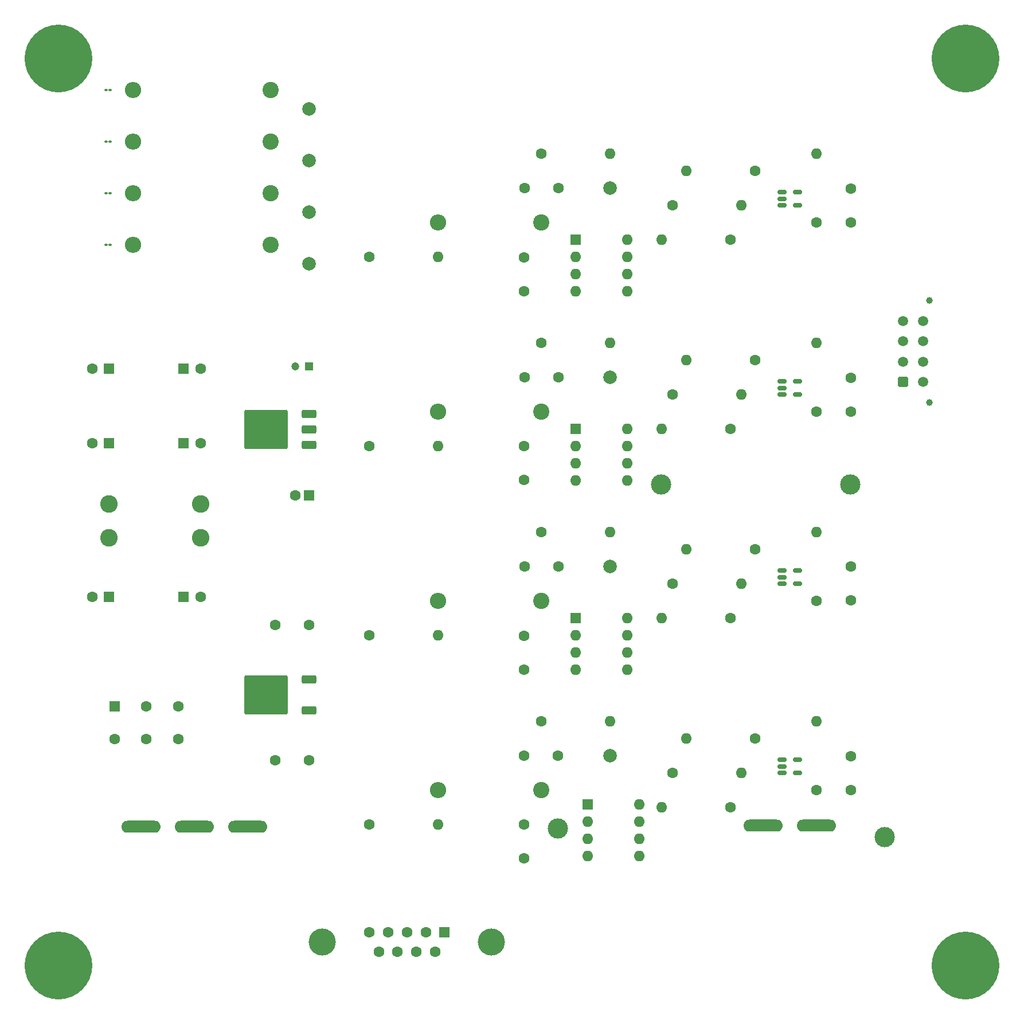
<source format=gbr>
%TF.GenerationSoftware,KiCad,Pcbnew,(7.0.0-0)*%
%TF.CreationDate,2024-05-06T17:20:27-04:00*%
%TF.ProjectId,BFieldArduino,42466965-6c64-4417-9264-75696e6f2e6b,rev?*%
%TF.SameCoordinates,Original*%
%TF.FileFunction,Soldermask,Top*%
%TF.FilePolarity,Negative*%
%FSLAX46Y46*%
G04 Gerber Fmt 4.6, Leading zero omitted, Abs format (unit mm)*
G04 Created by KiCad (PCBNEW (7.0.0-0)) date 2024-05-06 17:20:27*
%MOMM*%
%LPD*%
G01*
G04 APERTURE LIST*
G04 Aperture macros list*
%AMRoundRect*
0 Rectangle with rounded corners*
0 $1 Rounding radius*
0 $2 $3 $4 $5 $6 $7 $8 $9 X,Y pos of 4 corners*
0 Add a 4 corners polygon primitive as box body*
4,1,4,$2,$3,$4,$5,$6,$7,$8,$9,$2,$3,0*
0 Add four circle primitives for the rounded corners*
1,1,$1+$1,$2,$3*
1,1,$1+$1,$4,$5*
1,1,$1+$1,$6,$7*
1,1,$1+$1,$8,$9*
0 Add four rect primitives between the rounded corners*
20,1,$1+$1,$2,$3,$4,$5,0*
20,1,$1+$1,$4,$5,$6,$7,0*
20,1,$1+$1,$6,$7,$8,$9,0*
20,1,$1+$1,$8,$9,$2,$3,0*%
G04 Aperture macros list end*
%ADD10C,3.000000*%
%ADD11O,5.842000X1.778000*%
%ADD12C,1.600000*%
%ADD13O,1.600000X1.600000*%
%ADD14C,10.000000*%
%ADD15R,1.600000X1.600000*%
%ADD16C,2.400000*%
%ADD17O,2.400000X2.400000*%
%ADD18RoundRect,0.150000X-0.512500X-0.150000X0.512500X-0.150000X0.512500X0.150000X-0.512500X0.150000X0*%
%ADD19C,2.000000*%
%ADD20R,1.200000X1.200000*%
%ADD21C,1.200000*%
%ADD22RoundRect,0.100000X-0.130000X-0.100000X0.130000X-0.100000X0.130000X0.100000X-0.130000X0.100000X0*%
%ADD23C,1.500000*%
%ADD24RoundRect,0.250001X0.499999X-0.499999X0.499999X0.499999X-0.499999X0.499999X-0.499999X-0.499999X0*%
%ADD25C,1.000000*%
%ADD26RoundRect,0.100000X0.130000X0.100000X-0.130000X0.100000X-0.130000X-0.100000X0.130000X-0.100000X0*%
%ADD27C,2.600000*%
%ADD28RoundRect,0.250000X0.850000X0.350000X-0.850000X0.350000X-0.850000X-0.350000X0.850000X-0.350000X0*%
%ADD29RoundRect,0.249997X2.950003X2.650003X-2.950003X2.650003X-2.950003X-2.650003X2.950003X-2.650003X0*%
%ADD30C,4.000000*%
G04 APERTURE END LIST*
D10*
%TO.C,H8*%
X154740000Y-134730000D03*
%TD*%
%TO.C,H7*%
X203000000Y-136000000D03*
%TD*%
%TO.C,H6*%
X197920000Y-83930000D03*
%TD*%
%TO.C,H5*%
X169980000Y-83930000D03*
%TD*%
D11*
%TO.C,U12*%
X185062999Y-134297299D03*
X192936999Y-134297299D03*
%TD*%
D12*
%TO.C,C7*%
X118020000Y-124695000D03*
X113020000Y-124695000D03*
%TD*%
%TO.C,R14*%
X171720000Y-70620000D03*
D13*
X181879999Y-70619999D03*
%TD*%
D14*
%TO.C,H4*%
X215000000Y-155000000D03*
%TD*%
D15*
%TO.C,U3*%
X157439999Y-75699999D03*
D13*
X157439999Y-78239999D03*
X157439999Y-80779999D03*
X157439999Y-83319999D03*
X165059999Y-83319999D03*
X165059999Y-80779999D03*
X165059999Y-78239999D03*
X165059999Y-75699999D03*
%TD*%
D12*
%TO.C,C19*%
X198080000Y-40220000D03*
X198080000Y-45220000D03*
%TD*%
%TO.C,R11*%
X183880000Y-37580000D03*
D13*
X173719999Y-37579999D03*
%TD*%
D12*
%TO.C,R8*%
X152360000Y-118880000D03*
D13*
X162519999Y-118879999D03*
%TD*%
D16*
%TO.C,R3*%
X152360000Y-73160000D03*
D17*
X137119999Y-73159999D03*
%TD*%
D12*
%TO.C,R22*%
X171720000Y-126500000D03*
D13*
X181879999Y-126499999D03*
%TD*%
%TO.C,U7*%
X166819999Y-131199999D03*
X166819999Y-133739999D03*
X166819999Y-136279999D03*
X166819999Y-138819999D03*
X159199999Y-138819999D03*
X159199999Y-136279999D03*
X159199999Y-133739999D03*
D15*
X159199999Y-131199999D03*
%TD*%
D18*
%TO.C,U2*%
X187920000Y-40780000D03*
X187920000Y-41730000D03*
X187920000Y-42680000D03*
X190195000Y-42680000D03*
X190195000Y-40780000D03*
%TD*%
D12*
%TO.C,R24*%
X193000000Y-129040000D03*
D13*
X192999999Y-118879999D03*
%TD*%
D12*
%TO.C,C20*%
X198080000Y-68160000D03*
X198080000Y-73160000D03*
%TD*%
D16*
%TO.C,R28*%
X112340000Y-25640000D03*
D17*
X92019999Y-25639999D03*
%TD*%
D18*
%TO.C,U4*%
X187920000Y-68720000D03*
X187920000Y-69670000D03*
X187920000Y-70620000D03*
X190195000Y-70620000D03*
X190195000Y-68720000D03*
%TD*%
D15*
%TO.C,C3*%
X88519999Y-66819999D03*
D12*
X86020000Y-66820000D03*
%TD*%
%TO.C,C18*%
X149820000Y-134120000D03*
X149820000Y-139120000D03*
%TD*%
%TO.C,C16*%
X149820000Y-111260000D03*
X149820000Y-106260000D03*
%TD*%
D14*
%TO.C,H3*%
X81000000Y-155000000D03*
%TD*%
D12*
%TO.C,C13*%
X154900000Y-68080000D03*
X149900000Y-68080000D03*
%TD*%
D18*
%TO.C,U8*%
X187920000Y-124600000D03*
X187920000Y-125550000D03*
X187920000Y-126500000D03*
X190195000Y-126500000D03*
X190195000Y-124600000D03*
%TD*%
D12*
%TO.C,R31*%
X126960000Y-106180000D03*
D13*
X137119999Y-106179999D03*
%TD*%
D12*
%TO.C,R18*%
X171720000Y-98560000D03*
D13*
X181879999Y-98559999D03*
%TD*%
D12*
%TO.C,R20*%
X193000000Y-101100000D03*
D13*
X192999999Y-90939999D03*
%TD*%
D18*
%TO.C,U6*%
X187920000Y-96660000D03*
X187920000Y-97610000D03*
X187920000Y-98560000D03*
X190195000Y-98560000D03*
X190195000Y-96660000D03*
%TD*%
D19*
%TO.C,TP7*%
X162520000Y-96020000D03*
%TD*%
D20*
%TO.C,C10*%
X118019999Y-66499999D03*
D21*
X116020000Y-66500000D03*
%TD*%
D19*
%TO.C,TP1*%
X118020000Y-51360000D03*
%TD*%
D12*
%TO.C,C22*%
X198080000Y-124040000D03*
X198080000Y-129040000D03*
%TD*%
D22*
%TO.C,D4*%
X88025000Y-25640000D03*
X88665000Y-25640000D03*
%TD*%
D14*
%TO.C,H2*%
X81000000Y-21000000D03*
%TD*%
D11*
%TO.C,U11*%
X93251999Y-134499999D03*
X101125999Y-134499999D03*
X108999999Y-134499999D03*
%TD*%
D16*
%TO.C,R5*%
X152360000Y-101100000D03*
D17*
X137119999Y-101099999D03*
%TD*%
D12*
%TO.C,C12*%
X149820000Y-55380000D03*
X149820000Y-50380000D03*
%TD*%
D23*
%TO.C,J2*%
X208720000Y-59780000D03*
X208720000Y-62780000D03*
X208720000Y-65780000D03*
X208720000Y-68780000D03*
X205720000Y-59780000D03*
X205720000Y-62780000D03*
X205720000Y-65780000D03*
D24*
X205720000Y-68780000D03*
D25*
X209660000Y-56780000D03*
X209660000Y-71780000D03*
%TD*%
D19*
%TO.C,TP8*%
X162520000Y-123960000D03*
%TD*%
D14*
%TO.C,H1*%
X215000000Y-21000000D03*
%TD*%
D19*
%TO.C,TP2*%
X118020000Y-43740000D03*
%TD*%
D12*
%TO.C,C8*%
X118020000Y-104695000D03*
X113020000Y-104695000D03*
%TD*%
%TO.C,R21*%
X180300000Y-131580000D03*
D13*
X170139999Y-131579999D03*
%TD*%
D12*
%TO.C,R30*%
X126960000Y-78240000D03*
D13*
X137119999Y-78239999D03*
%TD*%
D15*
%TO.C,C6*%
X99519999Y-66819999D03*
D12*
X102020000Y-66820000D03*
%TD*%
%TO.C,R6*%
X152360000Y-90940000D03*
D13*
X162519999Y-90939999D03*
%TD*%
D12*
%TO.C,R10*%
X171720000Y-42660000D03*
D13*
X181879999Y-42659999D03*
%TD*%
D12*
%TO.C,R29*%
X126960000Y-50300000D03*
D13*
X137119999Y-50299999D03*
%TD*%
D26*
%TO.C,D2*%
X88665000Y-40880000D03*
X88025000Y-40880000D03*
%TD*%
D16*
%TO.C,R25*%
X112340000Y-48500000D03*
D17*
X92019999Y-48499999D03*
%TD*%
D12*
%TO.C,R9*%
X180300000Y-47760000D03*
D13*
X170139999Y-47759999D03*
%TD*%
D12*
%TO.C,R17*%
X180300000Y-103640000D03*
D13*
X170139999Y-103639999D03*
%TD*%
D19*
%TO.C,TP4*%
X118020000Y-28500000D03*
%TD*%
D13*
%TO.C,R13*%
X170139999Y-75699999D03*
D12*
X180300000Y-75700000D03*
%TD*%
D27*
%TO.C,L1*%
X88520000Y-91820000D03*
X88520000Y-86820000D03*
%TD*%
D12*
%TO.C,R19*%
X183880000Y-93480000D03*
D13*
X173719999Y-93479999D03*
%TD*%
D12*
%TO.C,C17*%
X154820000Y-123960000D03*
X149820000Y-123960000D03*
%TD*%
D16*
%TO.C,R1*%
X152360000Y-45220000D03*
D17*
X137119999Y-45219999D03*
%TD*%
D12*
%TO.C,C21*%
X198080000Y-96020000D03*
X198080000Y-101020000D03*
%TD*%
%TO.C,C15*%
X154900000Y-96020000D03*
X149900000Y-96020000D03*
%TD*%
D28*
%TO.C,U10*%
X118020000Y-78060000D03*
X118020000Y-75780000D03*
D29*
X111720000Y-75780000D03*
D28*
X118020000Y-73500000D03*
%TD*%
D12*
%TO.C,R2*%
X152360000Y-35060000D03*
D13*
X162519999Y-35059999D03*
%TD*%
D22*
%TO.C,D1*%
X88025000Y-48500000D03*
X88665000Y-48500000D03*
%TD*%
D15*
%TO.C,C9*%
X118019999Y-85499999D03*
D12*
X116020000Y-85500000D03*
%TD*%
%TO.C,R32*%
X126960000Y-134120000D03*
D13*
X137119999Y-134119999D03*
%TD*%
D12*
%TO.C,R12*%
X193000000Y-45220000D03*
D13*
X192999999Y-35059999D03*
%TD*%
D15*
%TO.C,U5*%
X157439999Y-103639999D03*
D13*
X157439999Y-106179999D03*
X157439999Y-108719999D03*
X157439999Y-111259999D03*
X165059999Y-111259999D03*
X165059999Y-108719999D03*
X165059999Y-106179999D03*
X165059999Y-103639999D03*
%TD*%
D28*
%TO.C,U9*%
X118020000Y-117255000D03*
D29*
X111720000Y-114975000D03*
D28*
X118020000Y-112695000D03*
%TD*%
D12*
%TO.C,C11*%
X154900000Y-40140000D03*
X149900000Y-40140000D03*
%TD*%
D15*
%TO.C,C1*%
X88519999Y-100499999D03*
D12*
X86020000Y-100500000D03*
%TD*%
D30*
%TO.C,J1*%
X120000000Y-151500000D03*
X145000000Y-151500000D03*
D15*
X138039999Y-150079999D03*
D12*
X135270000Y-150080000D03*
X132500000Y-150080000D03*
X129730000Y-150080000D03*
X126960000Y-150080000D03*
X136655000Y-152920000D03*
X133885000Y-152920000D03*
X131115000Y-152920000D03*
X128345000Y-152920000D03*
%TD*%
D15*
%TO.C,C4*%
X99519999Y-100499999D03*
D12*
X102020000Y-100500000D03*
%TD*%
D19*
%TO.C,TP6*%
X162520000Y-68080000D03*
%TD*%
D12*
%TO.C,R23*%
X183880000Y-121420000D03*
D13*
X173719999Y-121419999D03*
%TD*%
D15*
%TO.C,U1*%
X157439999Y-47759999D03*
D13*
X157439999Y-50299999D03*
X157439999Y-52839999D03*
X157439999Y-55379999D03*
X165059999Y-55379999D03*
X165059999Y-52839999D03*
X165059999Y-50299999D03*
X165059999Y-47759999D03*
%TD*%
D16*
%TO.C,R27*%
X112340000Y-33260000D03*
D17*
X92019999Y-33259999D03*
%TD*%
D16*
%TO.C,R26*%
X112340000Y-40880000D03*
D17*
X92019999Y-40879999D03*
%TD*%
D19*
%TO.C,TP3*%
X118020000Y-36120000D03*
%TD*%
D12*
%TO.C,R16*%
X193000000Y-73160000D03*
D13*
X192999999Y-62999999D03*
%TD*%
D12*
%TO.C,R15*%
X183880000Y-65540000D03*
D13*
X173719999Y-65539999D03*
%TD*%
D15*
%TO.C,C2*%
X88519999Y-77819999D03*
D12*
X86020000Y-77820000D03*
%TD*%
D22*
%TO.C,D3*%
X88025000Y-33260000D03*
X88665000Y-33260000D03*
%TD*%
D15*
%TO.C,SW1*%
X89319999Y-116669999D03*
D12*
X94020000Y-116670000D03*
X98720000Y-116670000D03*
X89320000Y-121500000D03*
X94020000Y-121500000D03*
X98720000Y-121500000D03*
%TD*%
D27*
%TO.C,L2*%
X102020000Y-91820000D03*
X102020000Y-86820000D03*
%TD*%
D12*
%TO.C,R4*%
X152360000Y-63000000D03*
D13*
X162519999Y-62999999D03*
%TD*%
D19*
%TO.C,TP5*%
X162520000Y-40140000D03*
%TD*%
D15*
%TO.C,C5*%
X99519999Y-77819999D03*
D12*
X102020000Y-77820000D03*
%TD*%
D16*
%TO.C,R7*%
X152360000Y-129040000D03*
D17*
X137119999Y-129039999D03*
%TD*%
D12*
%TO.C,C14*%
X149820000Y-83240000D03*
X149820000Y-78240000D03*
%TD*%
M02*

</source>
